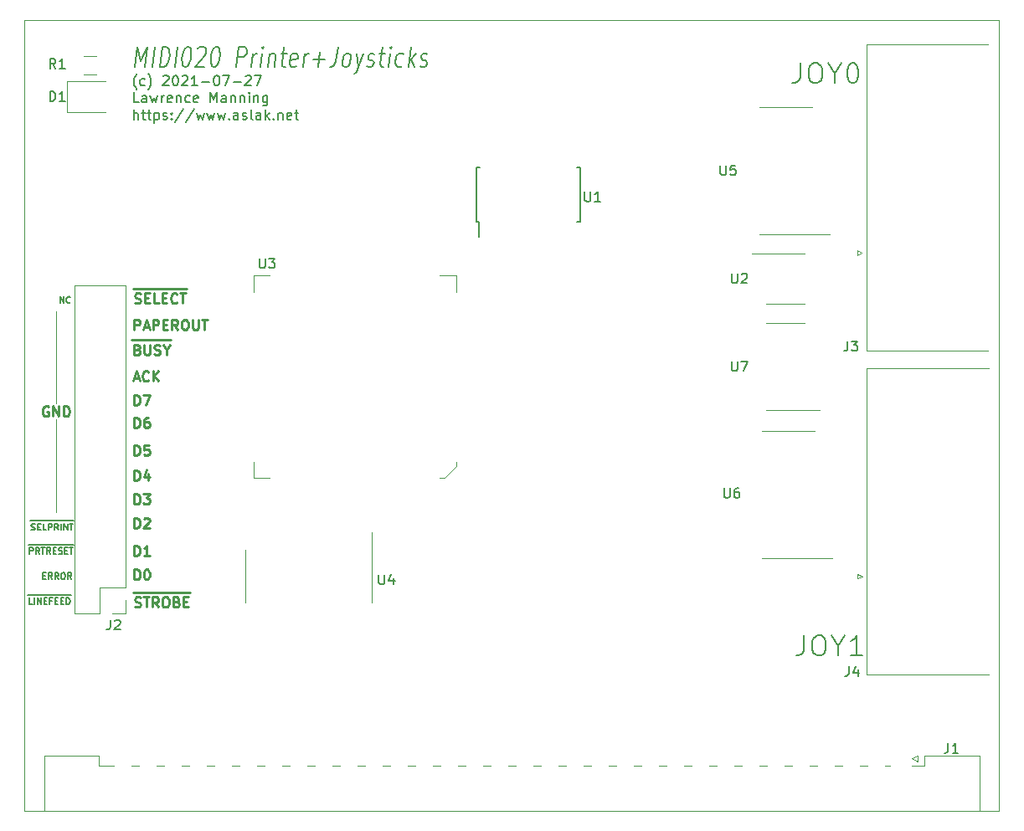
<source format=gbr>
G04 #@! TF.GenerationSoftware,KiCad,Pcbnew,5.1.5+dfsg1-2build2*
G04 #@! TF.CreationDate,2021-07-30T22:42:47+01:00*
G04 #@! TF.ProjectId,Printer+Sticks,5072696e-7465-4722-9b53-7469636b732e,rev?*
G04 #@! TF.SameCoordinates,Original*
G04 #@! TF.FileFunction,Legend,Top*
G04 #@! TF.FilePolarity,Positive*
%FSLAX46Y46*%
G04 Gerber Fmt 4.6, Leading zero omitted, Abs format (unit mm)*
G04 Created by KiCad (PCBNEW 5.1.5+dfsg1-2build2) date 2021-07-30 22:42:47*
%MOMM*%
%LPD*%
G04 APERTURE LIST*
%ADD10C,0.158750*%
%ADD11C,0.120000*%
%ADD12C,0.254000*%
%ADD13C,0.203200*%
%ADD14C,0.050000*%
%ADD15C,0.100000*%
%ADD16C,0.150000*%
G04 APERTURE END LIST*
D10*
X60469764Y-138590261D02*
X60469764Y-137955261D01*
X60832622Y-138590261D01*
X60832622Y-137955261D01*
X61497860Y-138529785D02*
X61467622Y-138560023D01*
X61376907Y-138590261D01*
X61316431Y-138590261D01*
X61225717Y-138560023D01*
X61165241Y-138499547D01*
X61135002Y-138439071D01*
X61104764Y-138318119D01*
X61104764Y-138227404D01*
X61135002Y-138106452D01*
X61165241Y-138045976D01*
X61225717Y-137985500D01*
X61316431Y-137955261D01*
X61376907Y-137955261D01*
X61467622Y-137985500D01*
X61497860Y-138015738D01*
D11*
X60071000Y-159766000D02*
X60071000Y-150368000D01*
X60071000Y-148717000D02*
X60071000Y-139446000D01*
D10*
X57458050Y-160626425D02*
X58062812Y-160626425D01*
X57579002Y-161547023D02*
X57669717Y-161577261D01*
X57820907Y-161577261D01*
X57881383Y-161547023D01*
X57911622Y-161516785D01*
X57941860Y-161456309D01*
X57941860Y-161395833D01*
X57911622Y-161335357D01*
X57881383Y-161305119D01*
X57820907Y-161274880D01*
X57699955Y-161244642D01*
X57639479Y-161214404D01*
X57609241Y-161184166D01*
X57579002Y-161123690D01*
X57579002Y-161063214D01*
X57609241Y-161002738D01*
X57639479Y-160972500D01*
X57699955Y-160942261D01*
X57851145Y-160942261D01*
X57941860Y-160972500D01*
X58062812Y-160626425D02*
X58637336Y-160626425D01*
X58214002Y-161244642D02*
X58425669Y-161244642D01*
X58516383Y-161577261D02*
X58214002Y-161577261D01*
X58214002Y-160942261D01*
X58516383Y-160942261D01*
X58637336Y-160626425D02*
X59151383Y-160626425D01*
X59090907Y-161577261D02*
X58788526Y-161577261D01*
X58788526Y-160942261D01*
X59151383Y-160626425D02*
X59786383Y-160626425D01*
X59302574Y-161577261D02*
X59302574Y-160942261D01*
X59544479Y-160942261D01*
X59604955Y-160972500D01*
X59635193Y-161002738D01*
X59665431Y-161063214D01*
X59665431Y-161153928D01*
X59635193Y-161214404D01*
X59604955Y-161244642D01*
X59544479Y-161274880D01*
X59302574Y-161274880D01*
X59786383Y-160626425D02*
X60421383Y-160626425D01*
X60300431Y-161577261D02*
X60088764Y-161274880D01*
X59937574Y-161577261D02*
X59937574Y-160942261D01*
X60179479Y-160942261D01*
X60239955Y-160972500D01*
X60270193Y-161002738D01*
X60300431Y-161063214D01*
X60300431Y-161153928D01*
X60270193Y-161214404D01*
X60239955Y-161244642D01*
X60179479Y-161274880D01*
X59937574Y-161274880D01*
X60421383Y-160626425D02*
X60723764Y-160626425D01*
X60572574Y-161577261D02*
X60572574Y-160942261D01*
X60723764Y-160626425D02*
X61389002Y-160626425D01*
X60874955Y-161577261D02*
X60874955Y-160942261D01*
X61237812Y-161577261D01*
X61237812Y-160942261D01*
X61389002Y-160626425D02*
X61872812Y-160626425D01*
X61449479Y-160942261D02*
X61812336Y-160942261D01*
X61630907Y-161577261D02*
X61630907Y-160942261D01*
X57246383Y-163039425D02*
X57881383Y-163039425D01*
X57397574Y-163990261D02*
X57397574Y-163355261D01*
X57639479Y-163355261D01*
X57699955Y-163385500D01*
X57730193Y-163415738D01*
X57760431Y-163476214D01*
X57760431Y-163566928D01*
X57730193Y-163627404D01*
X57699955Y-163657642D01*
X57639479Y-163687880D01*
X57397574Y-163687880D01*
X57881383Y-163039425D02*
X58516383Y-163039425D01*
X58395431Y-163990261D02*
X58183764Y-163687880D01*
X58032574Y-163990261D02*
X58032574Y-163355261D01*
X58274479Y-163355261D01*
X58334955Y-163385500D01*
X58365193Y-163415738D01*
X58395431Y-163476214D01*
X58395431Y-163566928D01*
X58365193Y-163627404D01*
X58334955Y-163657642D01*
X58274479Y-163687880D01*
X58032574Y-163687880D01*
X58516383Y-163039425D02*
X59000193Y-163039425D01*
X58576860Y-163355261D02*
X58939717Y-163355261D01*
X58758288Y-163990261D02*
X58758288Y-163355261D01*
X59000193Y-163039425D02*
X59635193Y-163039425D01*
X59514241Y-163990261D02*
X59302574Y-163687880D01*
X59151383Y-163990261D02*
X59151383Y-163355261D01*
X59393288Y-163355261D01*
X59453764Y-163385500D01*
X59484002Y-163415738D01*
X59514241Y-163476214D01*
X59514241Y-163566928D01*
X59484002Y-163627404D01*
X59453764Y-163657642D01*
X59393288Y-163687880D01*
X59151383Y-163687880D01*
X59635193Y-163039425D02*
X60209717Y-163039425D01*
X59786383Y-163657642D02*
X59998050Y-163657642D01*
X60088764Y-163990261D02*
X59786383Y-163990261D01*
X59786383Y-163355261D01*
X60088764Y-163355261D01*
X60209717Y-163039425D02*
X60814479Y-163039425D01*
X60330669Y-163960023D02*
X60421383Y-163990261D01*
X60572574Y-163990261D01*
X60633050Y-163960023D01*
X60663288Y-163929785D01*
X60693526Y-163869309D01*
X60693526Y-163808833D01*
X60663288Y-163748357D01*
X60633050Y-163718119D01*
X60572574Y-163687880D01*
X60451622Y-163657642D01*
X60391145Y-163627404D01*
X60360907Y-163597166D01*
X60330669Y-163536690D01*
X60330669Y-163476214D01*
X60360907Y-163415738D01*
X60391145Y-163385500D01*
X60451622Y-163355261D01*
X60602812Y-163355261D01*
X60693526Y-163385500D01*
X60814479Y-163039425D02*
X61389002Y-163039425D01*
X60965669Y-163657642D02*
X61177336Y-163657642D01*
X61268050Y-163990261D02*
X60965669Y-163990261D01*
X60965669Y-163355261D01*
X61268050Y-163355261D01*
X61389002Y-163039425D02*
X61872812Y-163039425D01*
X61449479Y-163355261D02*
X61812336Y-163355261D01*
X61630907Y-163990261D02*
X61630907Y-163355261D01*
X58752241Y-166197642D02*
X58963907Y-166197642D01*
X59054622Y-166530261D02*
X58752241Y-166530261D01*
X58752241Y-165895261D01*
X59054622Y-165895261D01*
X59689622Y-166530261D02*
X59477955Y-166227880D01*
X59326764Y-166530261D02*
X59326764Y-165895261D01*
X59568669Y-165895261D01*
X59629145Y-165925500D01*
X59659383Y-165955738D01*
X59689622Y-166016214D01*
X59689622Y-166106928D01*
X59659383Y-166167404D01*
X59629145Y-166197642D01*
X59568669Y-166227880D01*
X59326764Y-166227880D01*
X60324622Y-166530261D02*
X60112955Y-166227880D01*
X59961764Y-166530261D02*
X59961764Y-165895261D01*
X60203669Y-165895261D01*
X60264145Y-165925500D01*
X60294383Y-165955738D01*
X60324622Y-166016214D01*
X60324622Y-166106928D01*
X60294383Y-166167404D01*
X60264145Y-166197642D01*
X60203669Y-166227880D01*
X59961764Y-166227880D01*
X60717717Y-165895261D02*
X60838669Y-165895261D01*
X60899145Y-165925500D01*
X60959622Y-165985976D01*
X60989860Y-166106928D01*
X60989860Y-166318595D01*
X60959622Y-166439547D01*
X60899145Y-166500023D01*
X60838669Y-166530261D01*
X60717717Y-166530261D01*
X60657241Y-166500023D01*
X60596764Y-166439547D01*
X60566526Y-166318595D01*
X60566526Y-166106928D01*
X60596764Y-165985976D01*
X60657241Y-165925500D01*
X60717717Y-165895261D01*
X61624860Y-166530261D02*
X61413193Y-166227880D01*
X61262002Y-166530261D02*
X61262002Y-165895261D01*
X61503907Y-165895261D01*
X61564383Y-165925500D01*
X61594622Y-165955738D01*
X61624860Y-166016214D01*
X61624860Y-166106928D01*
X61594622Y-166167404D01*
X61564383Y-166197642D01*
X61503907Y-166227880D01*
X61262002Y-166227880D01*
X57234288Y-168119425D02*
X57748336Y-168119425D01*
X57687860Y-169070261D02*
X57385479Y-169070261D01*
X57385479Y-168435261D01*
X57748336Y-168119425D02*
X58050717Y-168119425D01*
X57899526Y-169070261D02*
X57899526Y-168435261D01*
X58050717Y-168119425D02*
X58715955Y-168119425D01*
X58201907Y-169070261D02*
X58201907Y-168435261D01*
X58564764Y-169070261D01*
X58564764Y-168435261D01*
X58715955Y-168119425D02*
X59290479Y-168119425D01*
X58867145Y-168737642D02*
X59078812Y-168737642D01*
X59169526Y-169070261D02*
X58867145Y-169070261D01*
X58867145Y-168435261D01*
X59169526Y-168435261D01*
X59290479Y-168119425D02*
X59834764Y-168119425D01*
X59653336Y-168737642D02*
X59441669Y-168737642D01*
X59441669Y-169070261D02*
X59441669Y-168435261D01*
X59744050Y-168435261D01*
X59834764Y-168119425D02*
X60409288Y-168119425D01*
X59985955Y-168737642D02*
X60197622Y-168737642D01*
X60288336Y-169070261D02*
X59985955Y-169070261D01*
X59985955Y-168435261D01*
X60288336Y-168435261D01*
X60409288Y-168119425D02*
X60983812Y-168119425D01*
X60560479Y-168737642D02*
X60772145Y-168737642D01*
X60862860Y-169070261D02*
X60560479Y-169070261D01*
X60560479Y-168435261D01*
X60862860Y-168435261D01*
X60983812Y-168119425D02*
X61618812Y-168119425D01*
X61135002Y-169070261D02*
X61135002Y-168435261D01*
X61286193Y-168435261D01*
X61376907Y-168465500D01*
X61437383Y-168525976D01*
X61467622Y-168586452D01*
X61497860Y-168707404D01*
X61497860Y-168798119D01*
X61467622Y-168919071D01*
X61437383Y-168979547D01*
X61376907Y-169040023D01*
X61286193Y-169070261D01*
X61135002Y-169070261D01*
D12*
X67856100Y-167848280D02*
X68823719Y-167848280D01*
X68049623Y-169321238D02*
X68194766Y-169369619D01*
X68436671Y-169369619D01*
X68533433Y-169321238D01*
X68581814Y-169272857D01*
X68630195Y-169176095D01*
X68630195Y-169079333D01*
X68581814Y-168982571D01*
X68533433Y-168934190D01*
X68436671Y-168885809D01*
X68243147Y-168837428D01*
X68146385Y-168789047D01*
X68098004Y-168740666D01*
X68049623Y-168643904D01*
X68049623Y-168547142D01*
X68098004Y-168450380D01*
X68146385Y-168402000D01*
X68243147Y-168353619D01*
X68485052Y-168353619D01*
X68630195Y-168402000D01*
X68823719Y-167848280D02*
X69597814Y-167848280D01*
X68920480Y-168353619D02*
X69501052Y-168353619D01*
X69210766Y-169369619D02*
X69210766Y-168353619D01*
X69597814Y-167848280D02*
X70613814Y-167848280D01*
X70420290Y-169369619D02*
X70081623Y-168885809D01*
X69839719Y-169369619D02*
X69839719Y-168353619D01*
X70226766Y-168353619D01*
X70323528Y-168402000D01*
X70371909Y-168450380D01*
X70420290Y-168547142D01*
X70420290Y-168692285D01*
X70371909Y-168789047D01*
X70323528Y-168837428D01*
X70226766Y-168885809D01*
X69839719Y-168885809D01*
X70613814Y-167848280D02*
X71678195Y-167848280D01*
X71049242Y-168353619D02*
X71242766Y-168353619D01*
X71339528Y-168402000D01*
X71436290Y-168498761D01*
X71484671Y-168692285D01*
X71484671Y-169030952D01*
X71436290Y-169224476D01*
X71339528Y-169321238D01*
X71242766Y-169369619D01*
X71049242Y-169369619D01*
X70952480Y-169321238D01*
X70855719Y-169224476D01*
X70807338Y-169030952D01*
X70807338Y-168692285D01*
X70855719Y-168498761D01*
X70952480Y-168402000D01*
X71049242Y-168353619D01*
X71678195Y-167848280D02*
X72694195Y-167848280D01*
X72258766Y-168837428D02*
X72403909Y-168885809D01*
X72452290Y-168934190D01*
X72500671Y-169030952D01*
X72500671Y-169176095D01*
X72452290Y-169272857D01*
X72403909Y-169321238D01*
X72307147Y-169369619D01*
X71920100Y-169369619D01*
X71920100Y-168353619D01*
X72258766Y-168353619D01*
X72355528Y-168402000D01*
X72403909Y-168450380D01*
X72452290Y-168547142D01*
X72452290Y-168643904D01*
X72403909Y-168740666D01*
X72355528Y-168789047D01*
X72258766Y-168837428D01*
X71920100Y-168837428D01*
X72694195Y-167848280D02*
X73613433Y-167848280D01*
X72936100Y-168837428D02*
X73274766Y-168837428D01*
X73419909Y-169369619D02*
X72936100Y-169369619D01*
X72936100Y-168353619D01*
X73419909Y-168353619D01*
X67971004Y-166575619D02*
X67971004Y-165559619D01*
X68212909Y-165559619D01*
X68358052Y-165608000D01*
X68454814Y-165704761D01*
X68503195Y-165801523D01*
X68551576Y-165995047D01*
X68551576Y-166140190D01*
X68503195Y-166333714D01*
X68454814Y-166430476D01*
X68358052Y-166527238D01*
X68212909Y-166575619D01*
X67971004Y-166575619D01*
X69180528Y-165559619D02*
X69277290Y-165559619D01*
X69374052Y-165608000D01*
X69422433Y-165656380D01*
X69470814Y-165753142D01*
X69519195Y-165946666D01*
X69519195Y-166188571D01*
X69470814Y-166382095D01*
X69422433Y-166478857D01*
X69374052Y-166527238D01*
X69277290Y-166575619D01*
X69180528Y-166575619D01*
X69083766Y-166527238D01*
X69035385Y-166478857D01*
X68987004Y-166382095D01*
X68938623Y-166188571D01*
X68938623Y-165946666D01*
X68987004Y-165753142D01*
X69035385Y-165656380D01*
X69083766Y-165608000D01*
X69180528Y-165559619D01*
X67971004Y-164162619D02*
X67971004Y-163146619D01*
X68212909Y-163146619D01*
X68358052Y-163195000D01*
X68454814Y-163291761D01*
X68503195Y-163388523D01*
X68551576Y-163582047D01*
X68551576Y-163727190D01*
X68503195Y-163920714D01*
X68454814Y-164017476D01*
X68358052Y-164114238D01*
X68212909Y-164162619D01*
X67971004Y-164162619D01*
X69519195Y-164162619D02*
X68938623Y-164162619D01*
X69228909Y-164162619D02*
X69228909Y-163146619D01*
X69132147Y-163291761D01*
X69035385Y-163388523D01*
X68938623Y-163436904D01*
X67971004Y-161368619D02*
X67971004Y-160352619D01*
X68212909Y-160352619D01*
X68358052Y-160401000D01*
X68454814Y-160497761D01*
X68503195Y-160594523D01*
X68551576Y-160788047D01*
X68551576Y-160933190D01*
X68503195Y-161126714D01*
X68454814Y-161223476D01*
X68358052Y-161320238D01*
X68212909Y-161368619D01*
X67971004Y-161368619D01*
X68938623Y-160449380D02*
X68987004Y-160401000D01*
X69083766Y-160352619D01*
X69325671Y-160352619D01*
X69422433Y-160401000D01*
X69470814Y-160449380D01*
X69519195Y-160546142D01*
X69519195Y-160642904D01*
X69470814Y-160788047D01*
X68890242Y-161368619D01*
X69519195Y-161368619D01*
X67971004Y-158955619D02*
X67971004Y-157939619D01*
X68212909Y-157939619D01*
X68358052Y-157988000D01*
X68454814Y-158084761D01*
X68503195Y-158181523D01*
X68551576Y-158375047D01*
X68551576Y-158520190D01*
X68503195Y-158713714D01*
X68454814Y-158810476D01*
X68358052Y-158907238D01*
X68212909Y-158955619D01*
X67971004Y-158955619D01*
X68890242Y-157939619D02*
X69519195Y-157939619D01*
X69180528Y-158326666D01*
X69325671Y-158326666D01*
X69422433Y-158375047D01*
X69470814Y-158423428D01*
X69519195Y-158520190D01*
X69519195Y-158762095D01*
X69470814Y-158858857D01*
X69422433Y-158907238D01*
X69325671Y-158955619D01*
X69035385Y-158955619D01*
X68938623Y-158907238D01*
X68890242Y-158858857D01*
X67971004Y-156542619D02*
X67971004Y-155526619D01*
X68212909Y-155526619D01*
X68358052Y-155575000D01*
X68454814Y-155671761D01*
X68503195Y-155768523D01*
X68551576Y-155962047D01*
X68551576Y-156107190D01*
X68503195Y-156300714D01*
X68454814Y-156397476D01*
X68358052Y-156494238D01*
X68212909Y-156542619D01*
X67971004Y-156542619D01*
X69422433Y-155865285D02*
X69422433Y-156542619D01*
X69180528Y-155478238D02*
X68938623Y-156203952D01*
X69567576Y-156203952D01*
X67971004Y-154002619D02*
X67971004Y-152986619D01*
X68212909Y-152986619D01*
X68358052Y-153035000D01*
X68454814Y-153131761D01*
X68503195Y-153228523D01*
X68551576Y-153422047D01*
X68551576Y-153567190D01*
X68503195Y-153760714D01*
X68454814Y-153857476D01*
X68358052Y-153954238D01*
X68212909Y-154002619D01*
X67971004Y-154002619D01*
X69470814Y-152986619D02*
X68987004Y-152986619D01*
X68938623Y-153470428D01*
X68987004Y-153422047D01*
X69083766Y-153373666D01*
X69325671Y-153373666D01*
X69422433Y-153422047D01*
X69470814Y-153470428D01*
X69519195Y-153567190D01*
X69519195Y-153809095D01*
X69470814Y-153905857D01*
X69422433Y-153954238D01*
X69325671Y-154002619D01*
X69083766Y-154002619D01*
X68987004Y-153954238D01*
X68938623Y-153905857D01*
X67971004Y-151208619D02*
X67971004Y-150192619D01*
X68212909Y-150192619D01*
X68358052Y-150241000D01*
X68454814Y-150337761D01*
X68503195Y-150434523D01*
X68551576Y-150628047D01*
X68551576Y-150773190D01*
X68503195Y-150966714D01*
X68454814Y-151063476D01*
X68358052Y-151160238D01*
X68212909Y-151208619D01*
X67971004Y-151208619D01*
X69422433Y-150192619D02*
X69228909Y-150192619D01*
X69132147Y-150241000D01*
X69083766Y-150289380D01*
X68987004Y-150434523D01*
X68938623Y-150628047D01*
X68938623Y-151015095D01*
X68987004Y-151111857D01*
X69035385Y-151160238D01*
X69132147Y-151208619D01*
X69325671Y-151208619D01*
X69422433Y-151160238D01*
X69470814Y-151111857D01*
X69519195Y-151015095D01*
X69519195Y-150773190D01*
X69470814Y-150676428D01*
X69422433Y-150628047D01*
X69325671Y-150579666D01*
X69132147Y-150579666D01*
X69035385Y-150628047D01*
X68987004Y-150676428D01*
X68938623Y-150773190D01*
X67971004Y-148922619D02*
X67971004Y-147906619D01*
X68212909Y-147906619D01*
X68358052Y-147955000D01*
X68454814Y-148051761D01*
X68503195Y-148148523D01*
X68551576Y-148342047D01*
X68551576Y-148487190D01*
X68503195Y-148680714D01*
X68454814Y-148777476D01*
X68358052Y-148874238D01*
X68212909Y-148922619D01*
X67971004Y-148922619D01*
X68890242Y-147906619D02*
X69567576Y-147906619D01*
X69132147Y-148922619D01*
X67922623Y-146219333D02*
X68406433Y-146219333D01*
X67825861Y-146509619D02*
X68164528Y-145493619D01*
X68503195Y-146509619D01*
X69422433Y-146412857D02*
X69374052Y-146461238D01*
X69228909Y-146509619D01*
X69132147Y-146509619D01*
X68987004Y-146461238D01*
X68890242Y-146364476D01*
X68841861Y-146267714D01*
X68793480Y-146074190D01*
X68793480Y-145929047D01*
X68841861Y-145735523D01*
X68890242Y-145638761D01*
X68987004Y-145542000D01*
X69132147Y-145493619D01*
X69228909Y-145493619D01*
X69374052Y-145542000D01*
X69422433Y-145590380D01*
X69857861Y-146509619D02*
X69857861Y-145493619D01*
X70438433Y-146509619D02*
X70003004Y-145929047D01*
X70438433Y-145493619D02*
X69857861Y-146074190D01*
X67729100Y-142321280D02*
X68745100Y-142321280D01*
X68309671Y-143310428D02*
X68454814Y-143358809D01*
X68503195Y-143407190D01*
X68551576Y-143503952D01*
X68551576Y-143649095D01*
X68503195Y-143745857D01*
X68454814Y-143794238D01*
X68358052Y-143842619D01*
X67971004Y-143842619D01*
X67971004Y-142826619D01*
X68309671Y-142826619D01*
X68406433Y-142875000D01*
X68454814Y-142923380D01*
X68503195Y-143020142D01*
X68503195Y-143116904D01*
X68454814Y-143213666D01*
X68406433Y-143262047D01*
X68309671Y-143310428D01*
X67971004Y-143310428D01*
X68745100Y-142321280D02*
X69809480Y-142321280D01*
X68987004Y-142826619D02*
X68987004Y-143649095D01*
X69035385Y-143745857D01*
X69083766Y-143794238D01*
X69180528Y-143842619D01*
X69374052Y-143842619D01*
X69470814Y-143794238D01*
X69519195Y-143745857D01*
X69567576Y-143649095D01*
X69567576Y-142826619D01*
X69809480Y-142321280D02*
X70777100Y-142321280D01*
X70003004Y-143794238D02*
X70148147Y-143842619D01*
X70390052Y-143842619D01*
X70486814Y-143794238D01*
X70535195Y-143745857D01*
X70583576Y-143649095D01*
X70583576Y-143552333D01*
X70535195Y-143455571D01*
X70486814Y-143407190D01*
X70390052Y-143358809D01*
X70196528Y-143310428D01*
X70099766Y-143262047D01*
X70051385Y-143213666D01*
X70003004Y-143116904D01*
X70003004Y-143020142D01*
X70051385Y-142923380D01*
X70099766Y-142875000D01*
X70196528Y-142826619D01*
X70438433Y-142826619D01*
X70583576Y-142875000D01*
X70777100Y-142321280D02*
X71647957Y-142321280D01*
X71212528Y-143358809D02*
X71212528Y-143842619D01*
X70873861Y-142826619D02*
X71212528Y-143358809D01*
X71551195Y-142826619D01*
X67971004Y-141302619D02*
X67971004Y-140286619D01*
X68358052Y-140286619D01*
X68454814Y-140335000D01*
X68503195Y-140383380D01*
X68551576Y-140480142D01*
X68551576Y-140625285D01*
X68503195Y-140722047D01*
X68454814Y-140770428D01*
X68358052Y-140818809D01*
X67971004Y-140818809D01*
X68938623Y-141012333D02*
X69422433Y-141012333D01*
X68841861Y-141302619D02*
X69180528Y-140286619D01*
X69519195Y-141302619D01*
X69857861Y-141302619D02*
X69857861Y-140286619D01*
X70244909Y-140286619D01*
X70341671Y-140335000D01*
X70390052Y-140383380D01*
X70438433Y-140480142D01*
X70438433Y-140625285D01*
X70390052Y-140722047D01*
X70341671Y-140770428D01*
X70244909Y-140818809D01*
X69857861Y-140818809D01*
X70873861Y-140770428D02*
X71212528Y-140770428D01*
X71357671Y-141302619D02*
X70873861Y-141302619D01*
X70873861Y-140286619D01*
X71357671Y-140286619D01*
X72373671Y-141302619D02*
X72035004Y-140818809D01*
X71793100Y-141302619D02*
X71793100Y-140286619D01*
X72180147Y-140286619D01*
X72276909Y-140335000D01*
X72325290Y-140383380D01*
X72373671Y-140480142D01*
X72373671Y-140625285D01*
X72325290Y-140722047D01*
X72276909Y-140770428D01*
X72180147Y-140818809D01*
X71793100Y-140818809D01*
X73002623Y-140286619D02*
X73196147Y-140286619D01*
X73292909Y-140335000D01*
X73389671Y-140431761D01*
X73438052Y-140625285D01*
X73438052Y-140963952D01*
X73389671Y-141157476D01*
X73292909Y-141254238D01*
X73196147Y-141302619D01*
X73002623Y-141302619D01*
X72905861Y-141254238D01*
X72809100Y-141157476D01*
X72760719Y-140963952D01*
X72760719Y-140625285D01*
X72809100Y-140431761D01*
X72905861Y-140335000D01*
X73002623Y-140286619D01*
X73873480Y-140286619D02*
X73873480Y-141109095D01*
X73921861Y-141205857D01*
X73970242Y-141254238D01*
X74067004Y-141302619D01*
X74260528Y-141302619D01*
X74357290Y-141254238D01*
X74405671Y-141205857D01*
X74454052Y-141109095D01*
X74454052Y-140286619D01*
X74792719Y-140286619D02*
X75373290Y-140286619D01*
X75083004Y-141302619D02*
X75083004Y-140286619D01*
X67856100Y-137114280D02*
X68823719Y-137114280D01*
X68049623Y-138587238D02*
X68194766Y-138635619D01*
X68436671Y-138635619D01*
X68533433Y-138587238D01*
X68581814Y-138538857D01*
X68630195Y-138442095D01*
X68630195Y-138345333D01*
X68581814Y-138248571D01*
X68533433Y-138200190D01*
X68436671Y-138151809D01*
X68243147Y-138103428D01*
X68146385Y-138055047D01*
X68098004Y-138006666D01*
X68049623Y-137909904D01*
X68049623Y-137813142D01*
X68098004Y-137716380D01*
X68146385Y-137668000D01*
X68243147Y-137619619D01*
X68485052Y-137619619D01*
X68630195Y-137668000D01*
X68823719Y-137114280D02*
X69742957Y-137114280D01*
X69065623Y-138103428D02*
X69404290Y-138103428D01*
X69549433Y-138635619D02*
X69065623Y-138635619D01*
X69065623Y-137619619D01*
X69549433Y-137619619D01*
X69742957Y-137114280D02*
X70565433Y-137114280D01*
X70468671Y-138635619D02*
X69984861Y-138635619D01*
X69984861Y-137619619D01*
X70565433Y-137114280D02*
X71484671Y-137114280D01*
X70807338Y-138103428D02*
X71146004Y-138103428D01*
X71291147Y-138635619D02*
X70807338Y-138635619D01*
X70807338Y-137619619D01*
X71291147Y-137619619D01*
X71484671Y-137114280D02*
X72500671Y-137114280D01*
X72307147Y-138538857D02*
X72258766Y-138587238D01*
X72113623Y-138635619D01*
X72016861Y-138635619D01*
X71871719Y-138587238D01*
X71774957Y-138490476D01*
X71726576Y-138393714D01*
X71678195Y-138200190D01*
X71678195Y-138055047D01*
X71726576Y-137861523D01*
X71774957Y-137764761D01*
X71871719Y-137668000D01*
X72016861Y-137619619D01*
X72113623Y-137619619D01*
X72258766Y-137668000D01*
X72307147Y-137716380D01*
X72500671Y-137114280D02*
X73274766Y-137114280D01*
X72597433Y-137619619D02*
X73178004Y-137619619D01*
X72887719Y-138635619D02*
X72887719Y-137619619D01*
X59296904Y-149098000D02*
X59200142Y-149049619D01*
X59055000Y-149049619D01*
X58909857Y-149098000D01*
X58813095Y-149194761D01*
X58764714Y-149291523D01*
X58716333Y-149485047D01*
X58716333Y-149630190D01*
X58764714Y-149823714D01*
X58813095Y-149920476D01*
X58909857Y-150017238D01*
X59055000Y-150065619D01*
X59151761Y-150065619D01*
X59296904Y-150017238D01*
X59345285Y-149968857D01*
X59345285Y-149630190D01*
X59151761Y-149630190D01*
X59780714Y-150065619D02*
X59780714Y-149049619D01*
X60361285Y-150065619D01*
X60361285Y-149049619D01*
X60845095Y-150065619D02*
X60845095Y-149049619D01*
X61087000Y-149049619D01*
X61232142Y-149098000D01*
X61328904Y-149194761D01*
X61377285Y-149291523D01*
X61425666Y-149485047D01*
X61425666Y-149630190D01*
X61377285Y-149823714D01*
X61328904Y-149920476D01*
X61232142Y-150017238D01*
X61087000Y-150065619D01*
X60845095Y-150065619D01*
D13*
X135309428Y-114330238D02*
X135309428Y-115781666D01*
X135212666Y-116071952D01*
X135019142Y-116265476D01*
X134728857Y-116362238D01*
X134535333Y-116362238D01*
X136664095Y-114330238D02*
X137051142Y-114330238D01*
X137244666Y-114427000D01*
X137438190Y-114620523D01*
X137534952Y-115007571D01*
X137534952Y-115684904D01*
X137438190Y-116071952D01*
X137244666Y-116265476D01*
X137051142Y-116362238D01*
X136664095Y-116362238D01*
X136470571Y-116265476D01*
X136277047Y-116071952D01*
X136180285Y-115684904D01*
X136180285Y-115007571D01*
X136277047Y-114620523D01*
X136470571Y-114427000D01*
X136664095Y-114330238D01*
X138792857Y-115394619D02*
X138792857Y-116362238D01*
X138115523Y-114330238D02*
X138792857Y-115394619D01*
X139470190Y-114330238D01*
X140534571Y-114330238D02*
X140728095Y-114330238D01*
X140921619Y-114427000D01*
X141018380Y-114523761D01*
X141115142Y-114717285D01*
X141211904Y-115104333D01*
X141211904Y-115588142D01*
X141115142Y-115975190D01*
X141018380Y-116168714D01*
X140921619Y-116265476D01*
X140728095Y-116362238D01*
X140534571Y-116362238D01*
X140341047Y-116265476D01*
X140244285Y-116168714D01*
X140147523Y-115975190D01*
X140050761Y-115588142D01*
X140050761Y-115104333D01*
X140147523Y-114717285D01*
X140244285Y-114523761D01*
X140341047Y-114427000D01*
X140534571Y-114330238D01*
X135690428Y-172242238D02*
X135690428Y-173693666D01*
X135593666Y-173983952D01*
X135400142Y-174177476D01*
X135109857Y-174274238D01*
X134916333Y-174274238D01*
X137045095Y-172242238D02*
X137432142Y-172242238D01*
X137625666Y-172339000D01*
X137819190Y-172532523D01*
X137915952Y-172919571D01*
X137915952Y-173596904D01*
X137819190Y-173983952D01*
X137625666Y-174177476D01*
X137432142Y-174274238D01*
X137045095Y-174274238D01*
X136851571Y-174177476D01*
X136658047Y-173983952D01*
X136561285Y-173596904D01*
X136561285Y-172919571D01*
X136658047Y-172532523D01*
X136851571Y-172339000D01*
X137045095Y-172242238D01*
X139173857Y-173306619D02*
X139173857Y-174274238D01*
X138496523Y-172242238D02*
X139173857Y-173306619D01*
X139851190Y-172242238D01*
X141592904Y-174274238D02*
X140431761Y-174274238D01*
X141012333Y-174274238D02*
X141012333Y-172242238D01*
X140818809Y-172532523D01*
X140625285Y-172726047D01*
X140431761Y-172822809D01*
X68228270Y-116975466D02*
X68179889Y-116927085D01*
X68083127Y-116781942D01*
X68034746Y-116685180D01*
X67986365Y-116540038D01*
X67937984Y-116298133D01*
X67937984Y-116104609D01*
X67986365Y-115862704D01*
X68034746Y-115717561D01*
X68083127Y-115620800D01*
X68179889Y-115475657D01*
X68228270Y-115427276D01*
X69050746Y-116540038D02*
X68953984Y-116588419D01*
X68760460Y-116588419D01*
X68663699Y-116540038D01*
X68615318Y-116491657D01*
X68566937Y-116394895D01*
X68566937Y-116104609D01*
X68615318Y-116007847D01*
X68663699Y-115959466D01*
X68760460Y-115911085D01*
X68953984Y-115911085D01*
X69050746Y-115959466D01*
X69389413Y-116975466D02*
X69437794Y-116927085D01*
X69534556Y-116781942D01*
X69582937Y-116685180D01*
X69631318Y-116540038D01*
X69679699Y-116298133D01*
X69679699Y-116104609D01*
X69631318Y-115862704D01*
X69582937Y-115717561D01*
X69534556Y-115620800D01*
X69437794Y-115475657D01*
X69389413Y-115427276D01*
X70889222Y-115669180D02*
X70937603Y-115620800D01*
X71034365Y-115572419D01*
X71276270Y-115572419D01*
X71373032Y-115620800D01*
X71421413Y-115669180D01*
X71469794Y-115765942D01*
X71469794Y-115862704D01*
X71421413Y-116007847D01*
X70840841Y-116588419D01*
X71469794Y-116588419D01*
X72098746Y-115572419D02*
X72195508Y-115572419D01*
X72292270Y-115620800D01*
X72340651Y-115669180D01*
X72389032Y-115765942D01*
X72437413Y-115959466D01*
X72437413Y-116201371D01*
X72389032Y-116394895D01*
X72340651Y-116491657D01*
X72292270Y-116540038D01*
X72195508Y-116588419D01*
X72098746Y-116588419D01*
X72001984Y-116540038D01*
X71953603Y-116491657D01*
X71905222Y-116394895D01*
X71856841Y-116201371D01*
X71856841Y-115959466D01*
X71905222Y-115765942D01*
X71953603Y-115669180D01*
X72001984Y-115620800D01*
X72098746Y-115572419D01*
X72824460Y-115669180D02*
X72872841Y-115620800D01*
X72969603Y-115572419D01*
X73211508Y-115572419D01*
X73308270Y-115620800D01*
X73356651Y-115669180D01*
X73405032Y-115765942D01*
X73405032Y-115862704D01*
X73356651Y-116007847D01*
X72776080Y-116588419D01*
X73405032Y-116588419D01*
X74372651Y-116588419D02*
X73792080Y-116588419D01*
X74082365Y-116588419D02*
X74082365Y-115572419D01*
X73985603Y-115717561D01*
X73888841Y-115814323D01*
X73792080Y-115862704D01*
X74808080Y-116201371D02*
X75582175Y-116201371D01*
X76259508Y-115572419D02*
X76356270Y-115572419D01*
X76453032Y-115620800D01*
X76501413Y-115669180D01*
X76549794Y-115765942D01*
X76598175Y-115959466D01*
X76598175Y-116201371D01*
X76549794Y-116394895D01*
X76501413Y-116491657D01*
X76453032Y-116540038D01*
X76356270Y-116588419D01*
X76259508Y-116588419D01*
X76162746Y-116540038D01*
X76114365Y-116491657D01*
X76065984Y-116394895D01*
X76017603Y-116201371D01*
X76017603Y-115959466D01*
X76065984Y-115765942D01*
X76114365Y-115669180D01*
X76162746Y-115620800D01*
X76259508Y-115572419D01*
X76936841Y-115572419D02*
X77614175Y-115572419D01*
X77178746Y-116588419D01*
X78001222Y-116201371D02*
X78775318Y-116201371D01*
X79210746Y-115669180D02*
X79259127Y-115620800D01*
X79355889Y-115572419D01*
X79597794Y-115572419D01*
X79694556Y-115620800D01*
X79742937Y-115669180D01*
X79791318Y-115765942D01*
X79791318Y-115862704D01*
X79742937Y-116007847D01*
X79162365Y-116588419D01*
X79791318Y-116588419D01*
X80129984Y-115572419D02*
X80807318Y-115572419D01*
X80371889Y-116588419D01*
X68421794Y-118315619D02*
X67937984Y-118315619D01*
X67937984Y-117299619D01*
X69195889Y-118315619D02*
X69195889Y-117783428D01*
X69147508Y-117686666D01*
X69050746Y-117638285D01*
X68857222Y-117638285D01*
X68760460Y-117686666D01*
X69195889Y-118267238D02*
X69099127Y-118315619D01*
X68857222Y-118315619D01*
X68760460Y-118267238D01*
X68712080Y-118170476D01*
X68712080Y-118073714D01*
X68760460Y-117976952D01*
X68857222Y-117928571D01*
X69099127Y-117928571D01*
X69195889Y-117880190D01*
X69582937Y-117638285D02*
X69776460Y-118315619D01*
X69969984Y-117831809D01*
X70163508Y-118315619D01*
X70357032Y-117638285D01*
X70744080Y-118315619D02*
X70744080Y-117638285D01*
X70744080Y-117831809D02*
X70792460Y-117735047D01*
X70840841Y-117686666D01*
X70937603Y-117638285D01*
X71034365Y-117638285D01*
X71760080Y-118267238D02*
X71663318Y-118315619D01*
X71469794Y-118315619D01*
X71373032Y-118267238D01*
X71324651Y-118170476D01*
X71324651Y-117783428D01*
X71373032Y-117686666D01*
X71469794Y-117638285D01*
X71663318Y-117638285D01*
X71760080Y-117686666D01*
X71808460Y-117783428D01*
X71808460Y-117880190D01*
X71324651Y-117976952D01*
X72243889Y-117638285D02*
X72243889Y-118315619D01*
X72243889Y-117735047D02*
X72292270Y-117686666D01*
X72389032Y-117638285D01*
X72534175Y-117638285D01*
X72630937Y-117686666D01*
X72679318Y-117783428D01*
X72679318Y-118315619D01*
X73598556Y-118267238D02*
X73501794Y-118315619D01*
X73308270Y-118315619D01*
X73211508Y-118267238D01*
X73163127Y-118218857D01*
X73114746Y-118122095D01*
X73114746Y-117831809D01*
X73163127Y-117735047D01*
X73211508Y-117686666D01*
X73308270Y-117638285D01*
X73501794Y-117638285D01*
X73598556Y-117686666D01*
X74421032Y-118267238D02*
X74324270Y-118315619D01*
X74130746Y-118315619D01*
X74033984Y-118267238D01*
X73985603Y-118170476D01*
X73985603Y-117783428D01*
X74033984Y-117686666D01*
X74130746Y-117638285D01*
X74324270Y-117638285D01*
X74421032Y-117686666D01*
X74469413Y-117783428D01*
X74469413Y-117880190D01*
X73985603Y-117976952D01*
X75678937Y-118315619D02*
X75678937Y-117299619D01*
X76017603Y-118025333D01*
X76356270Y-117299619D01*
X76356270Y-118315619D01*
X77275508Y-118315619D02*
X77275508Y-117783428D01*
X77227127Y-117686666D01*
X77130365Y-117638285D01*
X76936841Y-117638285D01*
X76840080Y-117686666D01*
X77275508Y-118267238D02*
X77178746Y-118315619D01*
X76936841Y-118315619D01*
X76840080Y-118267238D01*
X76791699Y-118170476D01*
X76791699Y-118073714D01*
X76840080Y-117976952D01*
X76936841Y-117928571D01*
X77178746Y-117928571D01*
X77275508Y-117880190D01*
X77759318Y-117638285D02*
X77759318Y-118315619D01*
X77759318Y-117735047D02*
X77807699Y-117686666D01*
X77904460Y-117638285D01*
X78049603Y-117638285D01*
X78146365Y-117686666D01*
X78194746Y-117783428D01*
X78194746Y-118315619D01*
X78678556Y-117638285D02*
X78678556Y-118315619D01*
X78678556Y-117735047D02*
X78726937Y-117686666D01*
X78823699Y-117638285D01*
X78968841Y-117638285D01*
X79065603Y-117686666D01*
X79113984Y-117783428D01*
X79113984Y-118315619D01*
X79597794Y-118315619D02*
X79597794Y-117638285D01*
X79597794Y-117299619D02*
X79549413Y-117348000D01*
X79597794Y-117396380D01*
X79646175Y-117348000D01*
X79597794Y-117299619D01*
X79597794Y-117396380D01*
X80081603Y-117638285D02*
X80081603Y-118315619D01*
X80081603Y-117735047D02*
X80129984Y-117686666D01*
X80226746Y-117638285D01*
X80371889Y-117638285D01*
X80468651Y-117686666D01*
X80517032Y-117783428D01*
X80517032Y-118315619D01*
X81436270Y-117638285D02*
X81436270Y-118460761D01*
X81387889Y-118557523D01*
X81339508Y-118605904D01*
X81242746Y-118654285D01*
X81097603Y-118654285D01*
X81000841Y-118605904D01*
X81436270Y-118267238D02*
X81339508Y-118315619D01*
X81145984Y-118315619D01*
X81049222Y-118267238D01*
X81000841Y-118218857D01*
X80952460Y-118122095D01*
X80952460Y-117831809D01*
X81000841Y-117735047D01*
X81049222Y-117686666D01*
X81145984Y-117638285D01*
X81339508Y-117638285D01*
X81436270Y-117686666D01*
X67937984Y-120042819D02*
X67937984Y-119026819D01*
X68373413Y-120042819D02*
X68373413Y-119510628D01*
X68325032Y-119413866D01*
X68228270Y-119365485D01*
X68083127Y-119365485D01*
X67986365Y-119413866D01*
X67937984Y-119462247D01*
X68712080Y-119365485D02*
X69099127Y-119365485D01*
X68857222Y-119026819D02*
X68857222Y-119897676D01*
X68905603Y-119994438D01*
X69002365Y-120042819D01*
X69099127Y-120042819D01*
X69292651Y-119365485D02*
X69679699Y-119365485D01*
X69437794Y-119026819D02*
X69437794Y-119897676D01*
X69486175Y-119994438D01*
X69582937Y-120042819D01*
X69679699Y-120042819D01*
X70018365Y-119365485D02*
X70018365Y-120381485D01*
X70018365Y-119413866D02*
X70115127Y-119365485D01*
X70308651Y-119365485D01*
X70405413Y-119413866D01*
X70453794Y-119462247D01*
X70502175Y-119559009D01*
X70502175Y-119849295D01*
X70453794Y-119946057D01*
X70405413Y-119994438D01*
X70308651Y-120042819D01*
X70115127Y-120042819D01*
X70018365Y-119994438D01*
X70889222Y-119994438D02*
X70985984Y-120042819D01*
X71179508Y-120042819D01*
X71276270Y-119994438D01*
X71324651Y-119897676D01*
X71324651Y-119849295D01*
X71276270Y-119752533D01*
X71179508Y-119704152D01*
X71034365Y-119704152D01*
X70937603Y-119655771D01*
X70889222Y-119559009D01*
X70889222Y-119510628D01*
X70937603Y-119413866D01*
X71034365Y-119365485D01*
X71179508Y-119365485D01*
X71276270Y-119413866D01*
X71760080Y-119946057D02*
X71808460Y-119994438D01*
X71760080Y-120042819D01*
X71711699Y-119994438D01*
X71760080Y-119946057D01*
X71760080Y-120042819D01*
X71760080Y-119413866D02*
X71808460Y-119462247D01*
X71760080Y-119510628D01*
X71711699Y-119462247D01*
X71760080Y-119413866D01*
X71760080Y-119510628D01*
X72969603Y-118978438D02*
X72098746Y-120284723D01*
X74033984Y-118978438D02*
X73163127Y-120284723D01*
X74275889Y-119365485D02*
X74469413Y-120042819D01*
X74662937Y-119559009D01*
X74856460Y-120042819D01*
X75049984Y-119365485D01*
X75340270Y-119365485D02*
X75533794Y-120042819D01*
X75727318Y-119559009D01*
X75920841Y-120042819D01*
X76114365Y-119365485D01*
X76404651Y-119365485D02*
X76598175Y-120042819D01*
X76791699Y-119559009D01*
X76985222Y-120042819D01*
X77178746Y-119365485D01*
X77565794Y-119946057D02*
X77614175Y-119994438D01*
X77565794Y-120042819D01*
X77517413Y-119994438D01*
X77565794Y-119946057D01*
X77565794Y-120042819D01*
X78485032Y-120042819D02*
X78485032Y-119510628D01*
X78436651Y-119413866D01*
X78339889Y-119365485D01*
X78146365Y-119365485D01*
X78049603Y-119413866D01*
X78485032Y-119994438D02*
X78388270Y-120042819D01*
X78146365Y-120042819D01*
X78049603Y-119994438D01*
X78001222Y-119897676D01*
X78001222Y-119800914D01*
X78049603Y-119704152D01*
X78146365Y-119655771D01*
X78388270Y-119655771D01*
X78485032Y-119607390D01*
X78920460Y-119994438D02*
X79017222Y-120042819D01*
X79210746Y-120042819D01*
X79307508Y-119994438D01*
X79355889Y-119897676D01*
X79355889Y-119849295D01*
X79307508Y-119752533D01*
X79210746Y-119704152D01*
X79065603Y-119704152D01*
X78968841Y-119655771D01*
X78920460Y-119559009D01*
X78920460Y-119510628D01*
X78968841Y-119413866D01*
X79065603Y-119365485D01*
X79210746Y-119365485D01*
X79307508Y-119413866D01*
X79936460Y-120042819D02*
X79839699Y-119994438D01*
X79791318Y-119897676D01*
X79791318Y-119026819D01*
X80758937Y-120042819D02*
X80758937Y-119510628D01*
X80710556Y-119413866D01*
X80613794Y-119365485D01*
X80420270Y-119365485D01*
X80323508Y-119413866D01*
X80758937Y-119994438D02*
X80662175Y-120042819D01*
X80420270Y-120042819D01*
X80323508Y-119994438D01*
X80275127Y-119897676D01*
X80275127Y-119800914D01*
X80323508Y-119704152D01*
X80420270Y-119655771D01*
X80662175Y-119655771D01*
X80758937Y-119607390D01*
X81242746Y-120042819D02*
X81242746Y-119026819D01*
X81339508Y-119655771D02*
X81629794Y-120042819D01*
X81629794Y-119365485D02*
X81242746Y-119752533D01*
X82065222Y-119946057D02*
X82113603Y-119994438D01*
X82065222Y-120042819D01*
X82016841Y-119994438D01*
X82065222Y-119946057D01*
X82065222Y-120042819D01*
X82549032Y-119365485D02*
X82549032Y-120042819D01*
X82549032Y-119462247D02*
X82597413Y-119413866D01*
X82694175Y-119365485D01*
X82839318Y-119365485D01*
X82936080Y-119413866D01*
X82984460Y-119510628D01*
X82984460Y-120042819D01*
X83855318Y-119994438D02*
X83758556Y-120042819D01*
X83565032Y-120042819D01*
X83468270Y-119994438D01*
X83419889Y-119897676D01*
X83419889Y-119510628D01*
X83468270Y-119413866D01*
X83565032Y-119365485D01*
X83758556Y-119365485D01*
X83855318Y-119413866D01*
X83903699Y-119510628D01*
X83903699Y-119607390D01*
X83419889Y-119704152D01*
X84193984Y-119365485D02*
X84581032Y-119365485D01*
X84339127Y-119026819D02*
X84339127Y-119897676D01*
X84387508Y-119994438D01*
X84484270Y-120042819D01*
X84581032Y-120042819D01*
X68071032Y-114711238D02*
X68325032Y-112679238D01*
X68651603Y-114130666D01*
X69341032Y-112679238D01*
X69087032Y-114711238D01*
X69812746Y-114711238D02*
X70066746Y-112679238D01*
X70538460Y-114711238D02*
X70792460Y-112679238D01*
X71155318Y-112679238D01*
X71360937Y-112776000D01*
X71481889Y-112969523D01*
X71530270Y-113163047D01*
X71554460Y-113550095D01*
X71518175Y-113840380D01*
X71397222Y-114227428D01*
X71300460Y-114420952D01*
X71131127Y-114614476D01*
X70901318Y-114711238D01*
X70538460Y-114711238D01*
X72062460Y-114711238D02*
X72316460Y-112679238D01*
X73332460Y-112679238D02*
X73477603Y-112679238D01*
X73610651Y-112776000D01*
X73671127Y-112872761D01*
X73719508Y-113066285D01*
X73743699Y-113453333D01*
X73683222Y-113937142D01*
X73562270Y-114324190D01*
X73465508Y-114517714D01*
X73380841Y-114614476D01*
X73223603Y-114711238D01*
X73078460Y-114711238D01*
X72945413Y-114614476D01*
X72884937Y-114517714D01*
X72836556Y-114324190D01*
X72812365Y-113937142D01*
X72872841Y-113453333D01*
X72993794Y-113066285D01*
X73090556Y-112872761D01*
X73175222Y-112776000D01*
X73332460Y-112679238D01*
X74396841Y-112872761D02*
X74481508Y-112776000D01*
X74638746Y-112679238D01*
X75001603Y-112679238D01*
X75134651Y-112776000D01*
X75195127Y-112872761D01*
X75243508Y-113066285D01*
X75219318Y-113259809D01*
X75110460Y-113550095D01*
X74094460Y-114711238D01*
X75037889Y-114711238D01*
X76235318Y-112679238D02*
X76380460Y-112679238D01*
X76513508Y-112776000D01*
X76573984Y-112872761D01*
X76622365Y-113066285D01*
X76646556Y-113453333D01*
X76586080Y-113937142D01*
X76465127Y-114324190D01*
X76368365Y-114517714D01*
X76283699Y-114614476D01*
X76126460Y-114711238D01*
X75981318Y-114711238D01*
X75848270Y-114614476D01*
X75787794Y-114517714D01*
X75739413Y-114324190D01*
X75715222Y-113937142D01*
X75775699Y-113453333D01*
X75896651Y-113066285D01*
X75993413Y-112872761D01*
X76078080Y-112776000D01*
X76235318Y-112679238D01*
X78303603Y-114711238D02*
X78557603Y-112679238D01*
X79138175Y-112679238D01*
X79271222Y-112776000D01*
X79331699Y-112872761D01*
X79380080Y-113066285D01*
X79343794Y-113356571D01*
X79247032Y-113550095D01*
X79162365Y-113646857D01*
X79005127Y-113743619D01*
X78424556Y-113743619D01*
X79827603Y-114711238D02*
X79996937Y-113356571D01*
X79948556Y-113743619D02*
X80045318Y-113550095D01*
X80129984Y-113453333D01*
X80287222Y-113356571D01*
X80432365Y-113356571D01*
X80771032Y-114711238D02*
X80940365Y-113356571D01*
X81025032Y-112679238D02*
X80940365Y-112776000D01*
X81000841Y-112872761D01*
X81085508Y-112776000D01*
X81025032Y-112679238D01*
X81000841Y-112872761D01*
X81666080Y-113356571D02*
X81496746Y-114711238D01*
X81641889Y-113550095D02*
X81726556Y-113453333D01*
X81883794Y-113356571D01*
X82101508Y-113356571D01*
X82234556Y-113453333D01*
X82282937Y-113646857D01*
X82149889Y-114711238D01*
X82827222Y-113356571D02*
X83407794Y-113356571D01*
X83129603Y-112679238D02*
X82911889Y-114420952D01*
X82960270Y-114614476D01*
X83093318Y-114711238D01*
X83238460Y-114711238D01*
X84339127Y-114614476D02*
X84181889Y-114711238D01*
X83891603Y-114711238D01*
X83758556Y-114614476D01*
X83710175Y-114420952D01*
X83806937Y-113646857D01*
X83903699Y-113453333D01*
X84060937Y-113356571D01*
X84351222Y-113356571D01*
X84484270Y-113453333D01*
X84532651Y-113646857D01*
X84508460Y-113840380D01*
X83758556Y-114033904D01*
X85052746Y-114711238D02*
X85222080Y-113356571D01*
X85173699Y-113743619D02*
X85270460Y-113550095D01*
X85355127Y-113453333D01*
X85512365Y-113356571D01*
X85657508Y-113356571D01*
X86092937Y-113937142D02*
X87254080Y-113937142D01*
X86576746Y-114711238D02*
X86770270Y-113163047D01*
X88572460Y-112679238D02*
X88391032Y-114130666D01*
X88282175Y-114420952D01*
X88112841Y-114614476D01*
X87883032Y-114711238D01*
X87737889Y-114711238D01*
X89261889Y-114711238D02*
X89128841Y-114614476D01*
X89068365Y-114517714D01*
X89019984Y-114324190D01*
X89092556Y-113743619D01*
X89189318Y-113550095D01*
X89273984Y-113453333D01*
X89431222Y-113356571D01*
X89648937Y-113356571D01*
X89781984Y-113453333D01*
X89842460Y-113550095D01*
X89890841Y-113743619D01*
X89818270Y-114324190D01*
X89721508Y-114517714D01*
X89636841Y-114614476D01*
X89479603Y-114711238D01*
X89261889Y-114711238D01*
X90447222Y-113356571D02*
X90640746Y-114711238D01*
X91172937Y-113356571D02*
X90640746Y-114711238D01*
X90435127Y-115195047D01*
X90350460Y-115291809D01*
X90193222Y-115388571D01*
X91523699Y-114614476D02*
X91656746Y-114711238D01*
X91947032Y-114711238D01*
X92104270Y-114614476D01*
X92201032Y-114420952D01*
X92213127Y-114324190D01*
X92164746Y-114130666D01*
X92031699Y-114033904D01*
X91813984Y-114033904D01*
X91680937Y-113937142D01*
X91632556Y-113743619D01*
X91644651Y-113646857D01*
X91741413Y-113453333D01*
X91898651Y-113356571D01*
X92116365Y-113356571D01*
X92249413Y-113453333D01*
X92769508Y-113356571D02*
X93350080Y-113356571D01*
X93071889Y-112679238D02*
X92854175Y-114420952D01*
X92902556Y-114614476D01*
X93035603Y-114711238D01*
X93180746Y-114711238D01*
X93688746Y-114711238D02*
X93858080Y-113356571D01*
X93942746Y-112679238D02*
X93858080Y-112776000D01*
X93918556Y-112872761D01*
X94003222Y-112776000D01*
X93942746Y-112679238D01*
X93918556Y-112872761D01*
X95079699Y-114614476D02*
X94922460Y-114711238D01*
X94632175Y-114711238D01*
X94499127Y-114614476D01*
X94438651Y-114517714D01*
X94390270Y-114324190D01*
X94462841Y-113743619D01*
X94559603Y-113550095D01*
X94644270Y-113453333D01*
X94801508Y-113356571D01*
X95091794Y-113356571D01*
X95224841Y-113453333D01*
X95720746Y-114711238D02*
X95974746Y-112679238D01*
X95962651Y-113937142D02*
X96301318Y-114711238D01*
X96470651Y-113356571D02*
X95793318Y-114130666D01*
X96893984Y-114614476D02*
X97027032Y-114711238D01*
X97317318Y-114711238D01*
X97474556Y-114614476D01*
X97571318Y-114420952D01*
X97583413Y-114324190D01*
X97535032Y-114130666D01*
X97401984Y-114033904D01*
X97184270Y-114033904D01*
X97051222Y-113937142D01*
X97002841Y-113743619D01*
X97014937Y-113646857D01*
X97111699Y-113453333D01*
X97268937Y-113356571D01*
X97486651Y-113356571D01*
X97619699Y-113453333D01*
D14*
X155448000Y-109982000D02*
X155448000Y-189992000D01*
X56896000Y-109982000D02*
X155448000Y-109982000D01*
X56896000Y-189992000D02*
X56896000Y-109982000D01*
X155448000Y-189992000D02*
X56896000Y-189992000D01*
D11*
X147237000Y-184358000D02*
X146637000Y-184658000D01*
X147237000Y-184958000D02*
X147237000Y-184358000D01*
X146637000Y-184658000D02*
X147237000Y-184958000D01*
X65932000Y-185398000D02*
X64432000Y-185398000D01*
X68472000Y-185398000D02*
X67671000Y-185398000D01*
X71012000Y-185398000D02*
X70211000Y-185398000D01*
X73552000Y-185398000D02*
X72751000Y-185398000D01*
X76092000Y-185398000D02*
X75291000Y-185398000D01*
X78632000Y-185398000D02*
X77831000Y-185398000D01*
X81172000Y-185398000D02*
X80371000Y-185398000D01*
X83712000Y-185398000D02*
X82911000Y-185398000D01*
X86252000Y-185398000D02*
X85451000Y-185398000D01*
X88792000Y-185398000D02*
X87991000Y-185398000D01*
X91332000Y-185398000D02*
X90531000Y-185398000D01*
X93872000Y-185398000D02*
X93071000Y-185398000D01*
X96412000Y-185398000D02*
X95611000Y-185398000D01*
X98952000Y-185398000D02*
X98151000Y-185398000D01*
X101492000Y-185398000D02*
X100691000Y-185398000D01*
X104032000Y-185398000D02*
X103231000Y-185398000D01*
X106572000Y-185398000D02*
X105771000Y-185398000D01*
X109112000Y-185398000D02*
X108311000Y-185398000D01*
X111652000Y-185398000D02*
X110851000Y-185398000D01*
X114192000Y-185398000D02*
X113391000Y-185398000D01*
X116732000Y-185398000D02*
X115931000Y-185398000D01*
X119272000Y-185398000D02*
X118471000Y-185398000D01*
X121812000Y-185398000D02*
X121011000Y-185398000D01*
X124352000Y-185398000D02*
X123551000Y-185398000D01*
X126892000Y-185398000D02*
X126091000Y-185398000D01*
X129432000Y-185398000D02*
X128631000Y-185398000D01*
X131972000Y-185398000D02*
X131171000Y-185398000D01*
X134512000Y-185398000D02*
X133711000Y-185398000D01*
X137052000Y-185398000D02*
X136251000Y-185398000D01*
X139592000Y-185398000D02*
X138791000Y-185398000D01*
X142132000Y-185398000D02*
X141331000Y-185398000D01*
X144447000Y-185398000D02*
X143871000Y-185398000D01*
X147913000Y-185398000D02*
X146637000Y-185398000D01*
X64432000Y-184398000D02*
X64432000Y-185398000D01*
X58912000Y-184398000D02*
X64432000Y-184398000D01*
X58912000Y-189958000D02*
X58912000Y-184398000D01*
X147912000Y-184398000D02*
X147912000Y-185398000D01*
X153432000Y-184398000D02*
X147912000Y-184398000D01*
X153432000Y-189958000D02*
X153432000Y-184398000D01*
X67116000Y-169986000D02*
X65786000Y-169986000D01*
X67116000Y-168656000D02*
X67116000Y-169986000D01*
X64516000Y-169986000D02*
X61916000Y-169986000D01*
X64516000Y-167386000D02*
X64516000Y-169986000D01*
X67116000Y-167386000D02*
X64516000Y-167386000D01*
X61916000Y-169986000D02*
X61916000Y-136846000D01*
X67116000Y-167386000D02*
X67116000Y-136846000D01*
X67116000Y-136846000D02*
X61916000Y-136846000D01*
X92002000Y-166264000D02*
X92002000Y-161814000D01*
X92002000Y-166264000D02*
X92002000Y-168914000D01*
X79182000Y-166264000D02*
X79182000Y-163614000D01*
X79182000Y-166264000D02*
X79182000Y-168914000D01*
X134112000Y-164398000D02*
X138562000Y-164398000D01*
X134112000Y-164398000D02*
X131462000Y-164398000D01*
X134112000Y-151578000D02*
X136762000Y-151578000D01*
X134112000Y-151578000D02*
X131462000Y-151578000D01*
X133858000Y-131632000D02*
X138308000Y-131632000D01*
X133858000Y-131632000D02*
X131208000Y-131632000D01*
X133858000Y-118812000D02*
X136508000Y-118812000D01*
X133858000Y-118812000D02*
X131208000Y-118812000D01*
D15*
X98892000Y-156295000D02*
X99392000Y-156295000D01*
X99392000Y-156295000D02*
X100542000Y-155145000D01*
X100542000Y-155145000D02*
X100542000Y-154645000D01*
X81702000Y-156295000D02*
X80052000Y-156295000D01*
X80052000Y-156295000D02*
X80052000Y-154645000D01*
X98892000Y-135805000D02*
X100542000Y-135805000D01*
X100542000Y-135805000D02*
X100542000Y-137455000D01*
X81702000Y-135805000D02*
X80052000Y-135805000D01*
X80052000Y-135805000D02*
X80052000Y-137455000D01*
D11*
X133858000Y-149469000D02*
X137308000Y-149469000D01*
X133858000Y-149469000D02*
X131908000Y-149469000D01*
X133858000Y-140599000D02*
X135808000Y-140599000D01*
X133858000Y-140599000D02*
X131908000Y-140599000D01*
X133858000Y-138704000D02*
X135808000Y-138704000D01*
X133858000Y-138704000D02*
X131908000Y-138704000D01*
X133858000Y-133584000D02*
X135808000Y-133584000D01*
X133858000Y-133584000D02*
X130408000Y-133584000D01*
D16*
X102823000Y-130410000D02*
X102823000Y-131935000D01*
X113098000Y-130410000D02*
X113098000Y-124860000D01*
X102548000Y-130410000D02*
X102548000Y-124860000D01*
X113098000Y-130410000D02*
X112743000Y-130410000D01*
X113098000Y-124860000D02*
X112743000Y-124860000D01*
X102548000Y-124860000D02*
X102903000Y-124860000D01*
X102548000Y-130410000D02*
X102823000Y-130410000D01*
D11*
X64105064Y-113644000D02*
X62900936Y-113644000D01*
X64105064Y-115464000D02*
X62900936Y-115464000D01*
X141569675Y-166243000D02*
X141136662Y-166493000D01*
X141136662Y-165993000D02*
X141569675Y-166243000D01*
X141136662Y-166493000D02*
X141136662Y-165993000D01*
X142031000Y-145218000D02*
X154371000Y-145218000D01*
X142031000Y-176188000D02*
X142031000Y-145218000D01*
X154371000Y-176188000D02*
X142031000Y-176188000D01*
X141546675Y-133483000D02*
X141113662Y-133733000D01*
X141113662Y-133233000D02*
X141546675Y-133483000D01*
X141113662Y-133733000D02*
X141113662Y-133233000D01*
X142008000Y-112458000D02*
X154348000Y-112458000D01*
X142008000Y-143428000D02*
X142008000Y-112458000D01*
X154348000Y-143428000D02*
X142008000Y-143428000D01*
X61218000Y-119314000D02*
X65103000Y-119314000D01*
X61218000Y-116144000D02*
X61218000Y-119314000D01*
X65103000Y-116144000D02*
X61218000Y-116144000D01*
D16*
X150288666Y-183110380D02*
X150288666Y-183824666D01*
X150241047Y-183967523D01*
X150145809Y-184062761D01*
X150002952Y-184110380D01*
X149907714Y-184110380D01*
X151288666Y-184110380D02*
X150717238Y-184110380D01*
X151002952Y-184110380D02*
X151002952Y-183110380D01*
X150907714Y-183253238D01*
X150812476Y-183348476D01*
X150717238Y-183396095D01*
X65579666Y-170648380D02*
X65579666Y-171362666D01*
X65532047Y-171505523D01*
X65436809Y-171600761D01*
X65293952Y-171648380D01*
X65198714Y-171648380D01*
X66008238Y-170743619D02*
X66055857Y-170696000D01*
X66151095Y-170648380D01*
X66389190Y-170648380D01*
X66484428Y-170696000D01*
X66532047Y-170743619D01*
X66579666Y-170838857D01*
X66579666Y-170934095D01*
X66532047Y-171076952D01*
X65960619Y-171648380D01*
X66579666Y-171648380D01*
X92710095Y-166076380D02*
X92710095Y-166885904D01*
X92757714Y-166981142D01*
X92805333Y-167028761D01*
X92900571Y-167076380D01*
X93091047Y-167076380D01*
X93186285Y-167028761D01*
X93233904Y-166981142D01*
X93281523Y-166885904D01*
X93281523Y-166076380D01*
X94186285Y-166409714D02*
X94186285Y-167076380D01*
X93948190Y-166028761D02*
X93710095Y-166743047D01*
X94329142Y-166743047D01*
X127635095Y-157313380D02*
X127635095Y-158122904D01*
X127682714Y-158218142D01*
X127730333Y-158265761D01*
X127825571Y-158313380D01*
X128016047Y-158313380D01*
X128111285Y-158265761D01*
X128158904Y-158218142D01*
X128206523Y-158122904D01*
X128206523Y-157313380D01*
X129111285Y-157313380D02*
X128920809Y-157313380D01*
X128825571Y-157361000D01*
X128777952Y-157408619D01*
X128682714Y-157551476D01*
X128635095Y-157741952D01*
X128635095Y-158122904D01*
X128682714Y-158218142D01*
X128730333Y-158265761D01*
X128825571Y-158313380D01*
X129016047Y-158313380D01*
X129111285Y-158265761D01*
X129158904Y-158218142D01*
X129206523Y-158122904D01*
X129206523Y-157884809D01*
X129158904Y-157789571D01*
X129111285Y-157741952D01*
X129016047Y-157694333D01*
X128825571Y-157694333D01*
X128730333Y-157741952D01*
X128682714Y-157789571D01*
X128635095Y-157884809D01*
X127254095Y-124674380D02*
X127254095Y-125483904D01*
X127301714Y-125579142D01*
X127349333Y-125626761D01*
X127444571Y-125674380D01*
X127635047Y-125674380D01*
X127730285Y-125626761D01*
X127777904Y-125579142D01*
X127825523Y-125483904D01*
X127825523Y-124674380D01*
X128777904Y-124674380D02*
X128301714Y-124674380D01*
X128254095Y-125150571D01*
X128301714Y-125102952D01*
X128396952Y-125055333D01*
X128635047Y-125055333D01*
X128730285Y-125102952D01*
X128777904Y-125150571D01*
X128825523Y-125245809D01*
X128825523Y-125483904D01*
X128777904Y-125579142D01*
X128730285Y-125626761D01*
X128635047Y-125674380D01*
X128396952Y-125674380D01*
X128301714Y-125626761D01*
X128254095Y-125579142D01*
X80645095Y-134072380D02*
X80645095Y-134881904D01*
X80692714Y-134977142D01*
X80740333Y-135024761D01*
X80835571Y-135072380D01*
X81026047Y-135072380D01*
X81121285Y-135024761D01*
X81168904Y-134977142D01*
X81216523Y-134881904D01*
X81216523Y-134072380D01*
X81597476Y-134072380D02*
X82216523Y-134072380D01*
X81883190Y-134453333D01*
X82026047Y-134453333D01*
X82121285Y-134500952D01*
X82168904Y-134548571D01*
X82216523Y-134643809D01*
X82216523Y-134881904D01*
X82168904Y-134977142D01*
X82121285Y-135024761D01*
X82026047Y-135072380D01*
X81740333Y-135072380D01*
X81645095Y-135024761D01*
X81597476Y-134977142D01*
X128397095Y-144486380D02*
X128397095Y-145295904D01*
X128444714Y-145391142D01*
X128492333Y-145438761D01*
X128587571Y-145486380D01*
X128778047Y-145486380D01*
X128873285Y-145438761D01*
X128920904Y-145391142D01*
X128968523Y-145295904D01*
X128968523Y-144486380D01*
X129349476Y-144486380D02*
X130016142Y-144486380D01*
X129587571Y-145486380D01*
X128397095Y-135596380D02*
X128397095Y-136405904D01*
X128444714Y-136501142D01*
X128492333Y-136548761D01*
X128587571Y-136596380D01*
X128778047Y-136596380D01*
X128873285Y-136548761D01*
X128920904Y-136501142D01*
X128968523Y-136405904D01*
X128968523Y-135596380D01*
X129397095Y-135691619D02*
X129444714Y-135644000D01*
X129539952Y-135596380D01*
X129778047Y-135596380D01*
X129873285Y-135644000D01*
X129920904Y-135691619D01*
X129968523Y-135786857D01*
X129968523Y-135882095D01*
X129920904Y-136024952D01*
X129349476Y-136596380D01*
X129968523Y-136596380D01*
X113538095Y-127341380D02*
X113538095Y-128150904D01*
X113585714Y-128246142D01*
X113633333Y-128293761D01*
X113728571Y-128341380D01*
X113919047Y-128341380D01*
X114014285Y-128293761D01*
X114061904Y-128246142D01*
X114109523Y-128150904D01*
X114109523Y-127341380D01*
X115109523Y-128341380D02*
X114538095Y-128341380D01*
X114823809Y-128341380D02*
X114823809Y-127341380D01*
X114728571Y-127484238D01*
X114633333Y-127579476D01*
X114538095Y-127627095D01*
X60031333Y-114879380D02*
X59698000Y-114403190D01*
X59459904Y-114879380D02*
X59459904Y-113879380D01*
X59840857Y-113879380D01*
X59936095Y-113927000D01*
X59983714Y-113974619D01*
X60031333Y-114069857D01*
X60031333Y-114212714D01*
X59983714Y-114307952D01*
X59936095Y-114355571D01*
X59840857Y-114403190D01*
X59459904Y-114403190D01*
X60983714Y-114879380D02*
X60412285Y-114879380D01*
X60698000Y-114879380D02*
X60698000Y-113879380D01*
X60602761Y-114022238D01*
X60507523Y-114117476D01*
X60412285Y-114165095D01*
X140255666Y-175347380D02*
X140255666Y-176061666D01*
X140208047Y-176204523D01*
X140112809Y-176299761D01*
X139969952Y-176347380D01*
X139874714Y-176347380D01*
X141160428Y-175680714D02*
X141160428Y-176347380D01*
X140922333Y-175299761D02*
X140684238Y-176014047D01*
X141303285Y-176014047D01*
X140128666Y-142454380D02*
X140128666Y-143168666D01*
X140081047Y-143311523D01*
X139985809Y-143406761D01*
X139842952Y-143454380D01*
X139747714Y-143454380D01*
X140509619Y-142454380D02*
X141128666Y-142454380D01*
X140795333Y-142835333D01*
X140938190Y-142835333D01*
X141033428Y-142882952D01*
X141081047Y-142930571D01*
X141128666Y-143025809D01*
X141128666Y-143263904D01*
X141081047Y-143359142D01*
X141033428Y-143406761D01*
X140938190Y-143454380D01*
X140652476Y-143454380D01*
X140557238Y-143406761D01*
X140509619Y-143359142D01*
X59459904Y-118181380D02*
X59459904Y-117181380D01*
X59698000Y-117181380D01*
X59840857Y-117229000D01*
X59936095Y-117324238D01*
X59983714Y-117419476D01*
X60031333Y-117609952D01*
X60031333Y-117752809D01*
X59983714Y-117943285D01*
X59936095Y-118038523D01*
X59840857Y-118133761D01*
X59698000Y-118181380D01*
X59459904Y-118181380D01*
X60983714Y-118181380D02*
X60412285Y-118181380D01*
X60698000Y-118181380D02*
X60698000Y-117181380D01*
X60602761Y-117324238D01*
X60507523Y-117419476D01*
X60412285Y-117467095D01*
M02*

</source>
